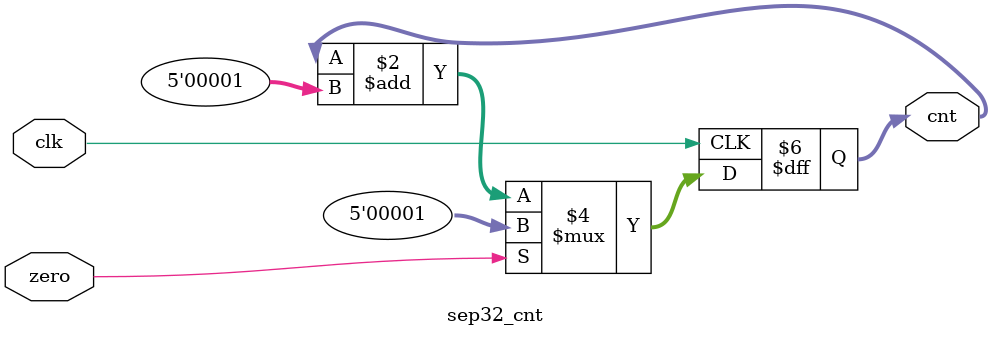
<source format=v>
/*  This file is part of JT51.

    JT51 is free software: you can redistribute it and/or modify
    it under the terms of the GNU General Public License as published by
    the Free Software Foundation, either version 3 of the License, or
    (at your option) any later version.

    JT51 is distributed in the hope that it will be useful,
    but WITHOUT ANY WARRANTY; without even the implied warranty of
    MERCHANTABILITY or FITNESS FOR A PARTICULAR PURPOSE.  See the
    GNU General Public License for more details.

    You should have received a copy of the GNU General Public License
    along with JT51.  If not, see <http://www.gnu.org/licenses/>.
	
	Author: Jose Tejada Gomez. Twitter: @topapate
	Version: 1.1
	Date: 15- 4-2016
	*/

module sep32_cnt(
    input           clk,
    input           zero,
    output reg [4:0]    cnt
    );

always @(posedge clk) begin : proc_cnt
    if(zero) begin
        cnt <= 5'b1;
    end else begin
        cnt <= cnt + 5'b1;
    end
end

endmodule // sep32_cnt
</source>
